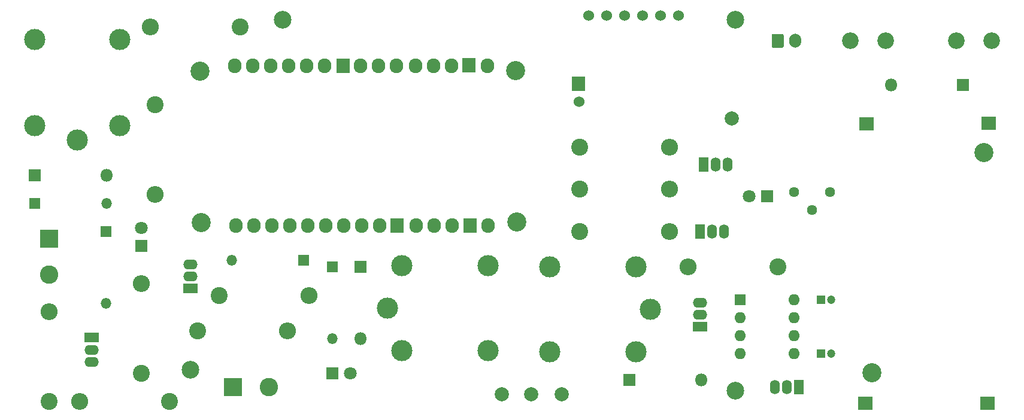
<source format=gbr>
%TF.GenerationSoftware,KiCad,Pcbnew,5.1.7-a382d34a8~87~ubuntu18.04.1*%
%TF.CreationDate,2020-10-27T09:38:10-03:00*%
%TF.ProjectId,Disp_Sec_V_1,44697370-5f53-4656-935f-565f312e6b69,1.1*%
%TF.SameCoordinates,Original*%
%TF.FileFunction,Soldermask,Bot*%
%TF.FilePolarity,Negative*%
%FSLAX46Y46*%
G04 Gerber Fmt 4.6, Leading zero omitted, Abs format (unit mm)*
G04 Created by KiCad (PCBNEW 5.1.7-a382d34a8~87~ubuntu18.04.1) date 2020-10-27 09:38:10*
%MOMM*%
%LPD*%
G01*
G04 APERTURE LIST*
%ADD10C,2.350000*%
%ADD11C,2.000000*%
%ADD12C,2.500000*%
%ADD13O,2.400000X2.400000*%
%ADD14C,2.400000*%
%ADD15C,2.600000*%
%ADD16R,2.600000X2.600000*%
%ADD17R,2.000000X1.400000*%
%ADD18O,2.000000X1.400000*%
%ADD19O,1.800000X1.800000*%
%ADD20R,1.800000X1.800000*%
%ADD21C,2.700000*%
%ADD22O,1.900000X2.100000*%
%ADD23R,1.900000X2.100000*%
%ADD24R,1.400000X2.000000*%
%ADD25O,1.400000X2.000000*%
%ADD26C,3.000000*%
%ADD27C,1.524000*%
%ADD28R,2.100000X1.900000*%
%ADD29O,1.500000X1.500000*%
%ADD30R,1.500000X1.500000*%
%ADD31O,1.600000X1.600000*%
%ADD32R,1.600000X1.600000*%
%ADD33C,1.440000*%
%ADD34O,1.700000X2.000000*%
%ADD35C,1.800000*%
%ADD36C,1.200000*%
%ADD37R,1.200000X1.200000*%
G04 APERTURE END LIST*
D10*
%TO.C,F1*%
X221257600Y-68922700D03*
X216257600Y-68922700D03*
X206257600Y-68922700D03*
X201257600Y-68922700D03*
%TD*%
D11*
%TO.C,TP4*%
X152000000Y-119000000D03*
%TD*%
%TO.C,TP3*%
X156150000Y-119000000D03*
%TD*%
%TO.C,TP2*%
X160500000Y-119000000D03*
%TD*%
%TO.C,TP1*%
X184500000Y-80000000D03*
%TD*%
D12*
%TO.C,H4*%
X108000000Y-115500000D03*
%TD*%
%TO.C,H3*%
X185000000Y-66000000D03*
%TD*%
%TO.C,H2*%
X121000000Y-66000000D03*
%TD*%
%TO.C,H1*%
X185000000Y-118500000D03*
%TD*%
D13*
%TO.C,R7*%
X121700000Y-110000000D03*
D14*
X109000000Y-110000000D03*
%TD*%
D15*
%TO.C,J2*%
X88000000Y-102080000D03*
D16*
X88000000Y-97000000D03*
%TD*%
D17*
%TO.C,Q4*%
X94000000Y-111000000D03*
D18*
X94000000Y-114400000D03*
X94000000Y-112700000D03*
%TD*%
D13*
%TO.C,R6*%
X88000000Y-107300000D03*
D14*
X88000000Y-120000000D03*
%TD*%
D19*
%TO.C,D1*%
X180160000Y-117000000D03*
D20*
X170000000Y-117000000D03*
%TD*%
D21*
%TO.C,U1*%
X109531400Y-94740900D03*
X109340900Y-73252500D03*
X153943300Y-73163600D03*
X154133800Y-94652000D03*
D22*
X114243100Y-72528600D03*
D23*
X129572000Y-72554000D03*
X147352000Y-72427000D03*
X147479000Y-95160000D03*
D22*
X114370100Y-95134600D03*
D23*
X137192000Y-95160000D03*
D22*
X126943100Y-72528600D03*
X144850100Y-72528600D03*
X142310100Y-72528600D03*
X134563100Y-72528600D03*
X139770100Y-72528600D03*
X116783100Y-72528600D03*
X132023100Y-72528600D03*
X119323100Y-72528600D03*
X124403100Y-72528600D03*
X121863100Y-72528600D03*
X149930100Y-72528600D03*
X137103100Y-72528600D03*
X139897100Y-95134600D03*
X150057100Y-95134600D03*
X142437100Y-95134600D03*
X144977100Y-95134600D03*
X119450100Y-95134600D03*
X129610100Y-95134600D03*
X134690100Y-95134600D03*
X124530100Y-95134600D03*
X121990100Y-95134600D03*
X116910100Y-95134600D03*
X132150100Y-95134600D03*
X127070100Y-95134600D03*
%TD*%
D24*
%TO.C,Q6*%
X180000000Y-96000000D03*
D25*
X183400000Y-96000000D03*
X181700000Y-96000000D03*
%TD*%
D19*
%TO.C,D7*%
X96160000Y-88000000D03*
D20*
X86000000Y-88000000D03*
%TD*%
D26*
%TO.C,K3*%
X135830000Y-106810000D03*
X137830000Y-100810000D03*
X150030000Y-100810000D03*
X150030000Y-112810000D03*
X137830000Y-112810000D03*
%TD*%
D19*
%TO.C,D8*%
X132000000Y-111160000D03*
D20*
X132000000Y-101000000D03*
%TD*%
D23*
%TO.C,U3*%
X162820000Y-75032000D03*
D27*
X164305900Y-65380000D03*
X177005900Y-65380000D03*
X174465900Y-65380000D03*
X171925900Y-65380000D03*
X169385900Y-65380000D03*
X166845900Y-65380000D03*
X162883500Y-77559300D03*
%TD*%
D15*
%TO.C,J3*%
X119080000Y-118000000D03*
D16*
X114000000Y-118000000D03*
%TD*%
D17*
%TO.C,Q5*%
X108000000Y-104000000D03*
D18*
X108000000Y-100600000D03*
X108000000Y-102300000D03*
%TD*%
D26*
%TO.C,K1*%
X173000000Y-107000000D03*
X171000000Y-113000000D03*
X158800000Y-113000000D03*
X158800000Y-101000000D03*
X171000000Y-101000000D03*
%TD*%
D17*
%TO.C,Q1*%
X180000000Y-109470000D03*
D18*
X180000000Y-106070000D03*
X180000000Y-107770000D03*
%TD*%
D21*
%TO.C,U4*%
X204298200Y-115934200D03*
X220122400Y-84819200D03*
D28*
X203371100Y-120277600D03*
X220668500Y-120264900D03*
X220859000Y-80679000D03*
X203561600Y-80691700D03*
%TD*%
D29*
%TO.C,D6*%
X113840000Y-100000000D03*
D30*
X124000000Y-100000000D03*
%TD*%
D31*
%TO.C,U2*%
X193300000Y-105660000D03*
X185680000Y-113280000D03*
X193300000Y-108200000D03*
X185680000Y-110740000D03*
X193300000Y-110740000D03*
X185680000Y-108200000D03*
X193300000Y-113280000D03*
D32*
X185680000Y-105660000D03*
%TD*%
D33*
%TO.C,RV1*%
X193300000Y-90420000D03*
X195840000Y-92960000D03*
X198380000Y-90420000D03*
%TD*%
D13*
%TO.C,R11*%
X101000000Y-103300000D03*
D14*
X101000000Y-116000000D03*
%TD*%
D13*
%TO.C,R10*%
X92300000Y-120000000D03*
D14*
X105000000Y-120000000D03*
%TD*%
D13*
%TO.C,R9*%
X175700000Y-96000000D03*
D14*
X163000000Y-96000000D03*
%TD*%
D13*
%TO.C,R8*%
X175700000Y-90000000D03*
D14*
X163000000Y-90000000D03*
%TD*%
D13*
%TO.C,R5*%
X175700000Y-84000000D03*
D14*
X163000000Y-84000000D03*
%TD*%
D13*
%TO.C,R4*%
X103000000Y-90700000D03*
D14*
X103000000Y-78000000D03*
%TD*%
D13*
%TO.C,R3*%
X102300000Y-67000000D03*
D14*
X115000000Y-67000000D03*
%TD*%
D13*
%TO.C,R2*%
X124700000Y-105000000D03*
D14*
X112000000Y-105000000D03*
%TD*%
D13*
%TO.C,R1*%
X178300000Y-101000000D03*
D14*
X191000000Y-101000000D03*
%TD*%
D24*
%TO.C,Q3*%
X180500000Y-86500000D03*
D25*
X183900000Y-86500000D03*
X182200000Y-86500000D03*
%TD*%
D24*
%TO.C,Q2*%
X194000000Y-118000000D03*
D25*
X190600000Y-118000000D03*
X192300000Y-118000000D03*
%TD*%
D26*
%TO.C,K2*%
X92000000Y-83000000D03*
X86000000Y-81000000D03*
X86000000Y-68800000D03*
X98000000Y-68800000D03*
X98000000Y-81000000D03*
%TD*%
D34*
%TO.C,J1*%
X193500000Y-69000000D03*
G36*
G01*
X190150000Y-69750000D02*
X190150000Y-68250000D01*
G75*
G02*
X190400000Y-68000000I250000J0D01*
G01*
X191600000Y-68000000D01*
G75*
G02*
X191850000Y-68250000I0J-250000D01*
G01*
X191850000Y-69750000D01*
G75*
G02*
X191600000Y-70000000I-250000J0D01*
G01*
X190400000Y-70000000D01*
G75*
G02*
X190150000Y-69750000I0J250000D01*
G01*
G37*
%TD*%
D35*
%TO.C,D11*%
X130540000Y-116000000D03*
D20*
X128000000Y-116000000D03*
%TD*%
D35*
%TO.C,D10*%
X101000000Y-95460000D03*
D20*
X101000000Y-98000000D03*
%TD*%
D35*
%TO.C,D9*%
X187000000Y-91000000D03*
D20*
X189540000Y-91000000D03*
%TD*%
D29*
%TO.C,D5*%
X128000000Y-111160000D03*
D30*
X128000000Y-101000000D03*
%TD*%
D29*
%TO.C,D4*%
X96000000Y-106160000D03*
D30*
X96000000Y-96000000D03*
%TD*%
D29*
%TO.C,D3*%
X96160000Y-92000000D03*
D30*
X86000000Y-92000000D03*
%TD*%
D19*
%TO.C,D2*%
X207000000Y-75260000D03*
D20*
X217160000Y-75260000D03*
%TD*%
D36*
%TO.C,C2*%
X198610000Y-105660000D03*
D37*
X197110000Y-105660000D03*
%TD*%
D36*
%TO.C,C1*%
X198610000Y-113280000D03*
D37*
X197110000Y-113280000D03*
%TD*%
M02*

</source>
